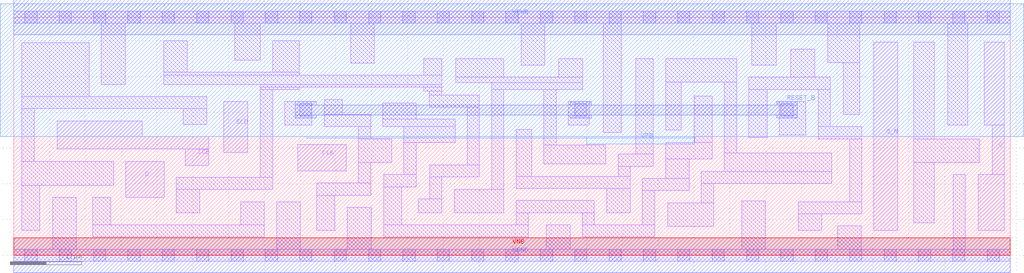
<source format=lef>
# Copyright 2020 The SkyWater PDK Authors
#
# Licensed under the Apache License, Version 2.0 (the "License");
# you may not use this file except in compliance with the License.
# You may obtain a copy of the License at
#
#     https://www.apache.org/licenses/LICENSE-2.0
#
# Unless required by applicable law or agreed to in writing, software
# distributed under the License is distributed on an "AS IS" BASIS,
# WITHOUT WARRANTIES OR CONDITIONS OF ANY KIND, either express or implied.
# See the License for the specific language governing permissions and
# limitations under the License.
#
# SPDX-License-Identifier: Apache-2.0

VERSION 5.7 ;
  NOWIREEXTENSIONATPIN ON ;
  DIVIDERCHAR "/" ;
  BUSBITCHARS "[]" ;
MACRO sky130_fd_sc_hs__sdfrbp_1
  CLASS CORE ;
  FOREIGN sky130_fd_sc_hs__sdfrbp_1 ;
  ORIGIN  0.000000  0.000000 ;
  SIZE  13.92000 BY  3.330000 ;
  SYMMETRY X Y R90 ;
  SITE unit ;
  PIN D
    ANTENNAGATEAREA  0.159000 ;
    DIRECTION INPUT ;
    USE SIGNAL ;
    PORT
      LAYER li1 ;
        RECT 1.565000 0.810000 2.100000 1.310000 ;
    END
  END D
  PIN Q
    ANTENNADIFFAREA  0.518900 ;
    DIRECTION OUTPUT ;
    USE SIGNAL ;
    PORT
      LAYER li1 ;
        RECT 13.470000 0.350000 13.835000 1.130000 ;
        RECT 13.555000 1.820000 13.835000 2.980000 ;
        RECT 13.665000 1.130000 13.835000 1.820000 ;
    END
  END Q
  PIN Q_N
    ANTENNADIFFAREA  0.537600 ;
    DIRECTION OUTPUT ;
    USE SIGNAL ;
    PORT
      LAYER li1 ;
        RECT 12.015000 0.350000 12.345000 2.980000 ;
    END
  END Q_N
  PIN RESET_B
    ANTENNAGATEAREA  0.411000 ;
    DIRECTION INPUT ;
    USE SIGNAL ;
    PORT
      LAYER met1 ;
        RECT  3.935000 1.920000  4.225000 1.965000 ;
        RECT  3.935000 1.965000 10.945000 2.105000 ;
        RECT  3.935000 2.105000  4.225000 2.150000 ;
        RECT  7.775000 1.920000  8.065000 1.965000 ;
        RECT  7.775000 2.105000  8.065000 2.150000 ;
        RECT 10.655000 1.920000 10.945000 1.965000 ;
        RECT 10.655000 2.105000 10.945000 2.150000 ;
    END
  END RESET_B
  PIN SCD
    ANTENNAGATEAREA  0.159000 ;
    DIRECTION INPUT ;
    USE SIGNAL ;
    PORT
      LAYER li1 ;
        RECT 2.935000 1.440000 3.265000 2.150000 ;
    END
  END SCD
  PIN SCE
    ANTENNAGATEAREA  0.318000 ;
    DIRECTION INPUT ;
    USE SIGNAL ;
    PORT
      LAYER li1 ;
        RECT 0.605000 1.490000 2.725000 1.660000 ;
        RECT 0.605000 1.660000 1.795000 1.880000 ;
        RECT 2.395000 1.260000 2.725000 1.490000 ;
    END
  END SCE
  PIN CLK
    ANTENNAGATEAREA  0.279000 ;
    DIRECTION INPUT ;
    USE CLOCK ;
    PORT
      LAYER li1 ;
        RECT 3.965000 1.180000 4.645000 1.550000 ;
    END
  END CLK
  PIN VGND
    DIRECTION INOUT ;
    USE GROUND ;
    PORT
      LAYER met1 ;
        RECT 0.000000 -0.245000 13.920000 0.245000 ;
    END
  END VGND
  PIN VNB
    DIRECTION INOUT ;
    USE GROUND ;
    PORT
      LAYER pwell ;
        RECT 0.000000 0.000000 13.920000 0.245000 ;
    END
  END VNB
  PIN VPB
    DIRECTION INOUT ;
    USE POWER ;
    PORT
      LAYER nwell ;
        RECT -0.190000 1.660000 14.110000 3.520000 ;
        RECT  4.095000 1.640000  9.515000 1.660000 ;
        RECT  8.005000 1.555000  9.515000 1.640000 ;
    END
  END VPB
  PIN VPWR
    DIRECTION INOUT ;
    USE POWER ;
    PORT
      LAYER met1 ;
        RECT 0.000000 3.085000 13.920000 3.575000 ;
    END
  END VPWR
  OBS
    LAYER li1 ;
      RECT  0.000000 -0.085000 13.920000 0.085000 ;
      RECT  0.000000  3.245000 13.920000 3.415000 ;
      RECT  0.115000  0.350000  0.365000 0.980000 ;
      RECT  0.115000  0.980000  1.395000 1.310000 ;
      RECT  0.115000  1.310000  0.285000 2.050000 ;
      RECT  0.115000  2.050000  2.695000 2.220000 ;
      RECT  0.115000  2.220000  1.055000 2.975000 ;
      RECT  0.545000  0.085000  0.875000 0.810000 ;
      RECT  1.105000  0.255000  3.500000 0.425000 ;
      RECT  1.105000  0.425000  1.355000 0.810000 ;
      RECT  1.225000  2.390000  1.555000 3.245000 ;
      RECT  2.095000  2.390000  5.975000 2.520000 ;
      RECT  2.095000  2.520000  3.985000 2.560000 ;
      RECT  2.095000  2.560000  2.425000 3.000000 ;
      RECT  2.270000  0.595000  2.600000 0.920000 ;
      RECT  2.270000  0.920000  3.615000 1.090000 ;
      RECT  2.365000  1.830000  2.695000 2.050000 ;
      RECT  3.085000  2.730000  3.445000 3.245000 ;
      RECT  3.170000  0.425000  3.500000 0.750000 ;
      RECT  3.445000  1.090000  3.615000 2.320000 ;
      RECT  3.445000  2.320000  3.985000 2.350000 ;
      RECT  3.445000  2.350000  5.975000 2.390000 ;
      RECT  3.615000  2.560000  3.985000 3.000000 ;
      RECT  3.670000  0.085000  4.000000 0.750000 ;
      RECT  3.785000  1.820000  4.165000 2.150000 ;
      RECT  4.230000  0.350000  4.480000 0.840000 ;
      RECT  4.230000  0.840000  4.985000 1.010000 ;
      RECT  4.335000  1.800000  4.985000 1.970000 ;
      RECT  4.335000  1.970000  4.585000 2.180000 ;
      RECT  4.660000  0.085000  4.990000 0.670000 ;
      RECT  4.705000  2.690000  5.035000 3.245000 ;
      RECT  4.815000  1.010000  4.985000 1.300000 ;
      RECT  4.815000  1.300000  5.280000 1.630000 ;
      RECT  4.815000  1.630000  4.985000 1.800000 ;
      RECT  5.155000  1.800000  6.165000 1.905000 ;
      RECT  5.155000  1.905000  5.620000 2.130000 ;
      RECT  5.170000  0.255000  7.185000 0.425000 ;
      RECT  5.170000  0.425000  5.420000 0.960000 ;
      RECT  5.170000  0.960000  5.620000 1.130000 ;
      RECT  5.450000  1.130000  5.620000 1.575000 ;
      RECT  5.450000  1.575000  6.165000 1.800000 ;
      RECT  5.650000  0.595000  5.980000 0.790000 ;
      RECT  5.725000  2.300000  5.975000 2.350000 ;
      RECT  5.725000  2.520000  5.975000 2.755000 ;
      RECT  5.805000  2.075000  6.505000 2.245000 ;
      RECT  5.805000  2.245000  5.975000 2.300000 ;
      RECT  5.810000  0.790000  5.980000 1.095000 ;
      RECT  5.810000  1.095000  6.505000 1.265000 ;
      RECT  6.150000  0.595000  6.845000 0.925000 ;
      RECT  6.175000  2.415000  7.945000 2.490000 ;
      RECT  6.175000  2.490000  6.845000 2.755000 ;
      RECT  6.335000  1.265000  6.505000 2.075000 ;
      RECT  6.675000  0.925000  6.845000 2.320000 ;
      RECT  6.675000  2.320000  7.945000 2.415000 ;
      RECT  7.015000  0.425000  7.185000 0.595000 ;
      RECT  7.015000  0.595000  8.110000 0.765000 ;
      RECT  7.015000  0.935000  8.610000 1.105000 ;
      RECT  7.015000  1.105000  7.235000 1.760000 ;
      RECT  7.090000  2.660000  7.420000 3.245000 ;
      RECT  7.405000  1.275000  8.270000 1.545000 ;
      RECT  7.405000  1.545000  7.575000 2.320000 ;
      RECT  7.440000  0.085000  7.770000 0.425000 ;
      RECT  7.615000  2.490000  7.945000 2.755000 ;
      RECT  7.745000  1.820000  8.035000 2.150000 ;
      RECT  7.940000  0.255000  8.950000 0.425000 ;
      RECT  7.940000  0.425000  8.110000 0.595000 ;
      RECT  8.235000  1.715000  8.485000 3.245000 ;
      RECT  8.280000  0.595000  8.610000 0.935000 ;
      RECT  8.440000  1.105000  8.610000 1.245000 ;
      RECT  8.440000  1.245000  8.935000 1.415000 ;
      RECT  8.685000  1.415000  8.935000 2.755000 ;
      RECT  8.780000  0.425000  8.950000 0.905000 ;
      RECT  8.780000  0.905000  9.435000 1.075000 ;
      RECT  9.105000  1.075000  9.435000 1.345000 ;
      RECT  9.105000  1.345000  9.755000 1.575000 ;
      RECT  9.105000  1.755000  9.325000 2.425000 ;
      RECT  9.105000  2.425000 10.095000 2.755000 ;
      RECT  9.135000  0.405000  9.775000 0.735000 ;
      RECT  9.505000  1.575000  9.755000 2.230000 ;
      RECT  9.605000  0.735000  9.775000 1.005000 ;
      RECT  9.605000  1.005000 11.425000 1.175000 ;
      RECT  9.925000  1.175000 11.425000 1.435000 ;
      RECT  9.925000  1.435000 10.095000 2.425000 ;
      RECT 10.165000  0.085000 10.495000 0.760000 ;
      RECT 10.265000  1.650000 10.525000 2.320000 ;
      RECT 10.265000  2.320000 11.405000 2.490000 ;
      RECT 10.305000  2.660000 10.650000 3.245000 ;
      RECT 10.695000  1.685000 11.065000 2.150000 ;
      RECT 10.855000  2.490000 11.185000 2.885000 ;
      RECT 10.955000  0.350000 11.285000 0.580000 ;
      RECT 10.955000  0.580000 11.845000 0.750000 ;
      RECT 11.235000  1.630000 11.845000 1.800000 ;
      RECT 11.235000  1.800000 11.405000 2.320000 ;
      RECT 11.370000  2.695000 11.815000 3.245000 ;
      RECT 11.510000  0.085000 11.840000 0.410000 ;
      RECT 11.585000  1.970000 11.815000 2.695000 ;
      RECT 11.675000  0.750000 11.845000 1.630000 ;
      RECT 12.570000  0.455000 12.855000 1.300000 ;
      RECT 12.570000  1.300000 13.485000 1.630000 ;
      RECT 12.570000  1.630000 12.855000 2.980000 ;
      RECT 13.045000  1.820000 13.325000 3.245000 ;
      RECT 13.120000  0.085000 13.290000 1.130000 ;
    LAYER mcon ;
      RECT  0.155000 -0.085000  0.325000 0.085000 ;
      RECT  0.155000  3.245000  0.325000 3.415000 ;
      RECT  0.635000 -0.085000  0.805000 0.085000 ;
      RECT  0.635000  3.245000  0.805000 3.415000 ;
      RECT  1.115000 -0.085000  1.285000 0.085000 ;
      RECT  1.115000  3.245000  1.285000 3.415000 ;
      RECT  1.595000 -0.085000  1.765000 0.085000 ;
      RECT  1.595000  3.245000  1.765000 3.415000 ;
      RECT  2.075000 -0.085000  2.245000 0.085000 ;
      RECT  2.075000  3.245000  2.245000 3.415000 ;
      RECT  2.555000 -0.085000  2.725000 0.085000 ;
      RECT  2.555000  3.245000  2.725000 3.415000 ;
      RECT  3.035000 -0.085000  3.205000 0.085000 ;
      RECT  3.035000  3.245000  3.205000 3.415000 ;
      RECT  3.515000 -0.085000  3.685000 0.085000 ;
      RECT  3.515000  3.245000  3.685000 3.415000 ;
      RECT  3.995000 -0.085000  4.165000 0.085000 ;
      RECT  3.995000  1.950000  4.165000 2.120000 ;
      RECT  3.995000  3.245000  4.165000 3.415000 ;
      RECT  4.475000 -0.085000  4.645000 0.085000 ;
      RECT  4.475000  3.245000  4.645000 3.415000 ;
      RECT  4.955000 -0.085000  5.125000 0.085000 ;
      RECT  4.955000  3.245000  5.125000 3.415000 ;
      RECT  5.435000 -0.085000  5.605000 0.085000 ;
      RECT  5.435000  3.245000  5.605000 3.415000 ;
      RECT  5.915000 -0.085000  6.085000 0.085000 ;
      RECT  5.915000  3.245000  6.085000 3.415000 ;
      RECT  6.395000 -0.085000  6.565000 0.085000 ;
      RECT  6.395000  3.245000  6.565000 3.415000 ;
      RECT  6.875000 -0.085000  7.045000 0.085000 ;
      RECT  6.875000  3.245000  7.045000 3.415000 ;
      RECT  7.355000 -0.085000  7.525000 0.085000 ;
      RECT  7.355000  3.245000  7.525000 3.415000 ;
      RECT  7.835000 -0.085000  8.005000 0.085000 ;
      RECT  7.835000  1.950000  8.005000 2.120000 ;
      RECT  7.835000  3.245000  8.005000 3.415000 ;
      RECT  8.315000 -0.085000  8.485000 0.085000 ;
      RECT  8.315000  3.245000  8.485000 3.415000 ;
      RECT  8.795000 -0.085000  8.965000 0.085000 ;
      RECT  8.795000  3.245000  8.965000 3.415000 ;
      RECT  9.275000 -0.085000  9.445000 0.085000 ;
      RECT  9.275000  3.245000  9.445000 3.415000 ;
      RECT  9.755000 -0.085000  9.925000 0.085000 ;
      RECT  9.755000  3.245000  9.925000 3.415000 ;
      RECT 10.235000 -0.085000 10.405000 0.085000 ;
      RECT 10.235000  3.245000 10.405000 3.415000 ;
      RECT 10.715000 -0.085000 10.885000 0.085000 ;
      RECT 10.715000  1.950000 10.885000 2.120000 ;
      RECT 10.715000  3.245000 10.885000 3.415000 ;
      RECT 11.195000 -0.085000 11.365000 0.085000 ;
      RECT 11.195000  3.245000 11.365000 3.415000 ;
      RECT 11.675000 -0.085000 11.845000 0.085000 ;
      RECT 11.675000  3.245000 11.845000 3.415000 ;
      RECT 12.155000 -0.085000 12.325000 0.085000 ;
      RECT 12.155000  3.245000 12.325000 3.415000 ;
      RECT 12.635000 -0.085000 12.805000 0.085000 ;
      RECT 12.635000  3.245000 12.805000 3.415000 ;
      RECT 13.115000 -0.085000 13.285000 0.085000 ;
      RECT 13.115000  3.245000 13.285000 3.415000 ;
      RECT 13.595000 -0.085000 13.765000 0.085000 ;
      RECT 13.595000  3.245000 13.765000 3.415000 ;
  END
END sky130_fd_sc_hs__sdfrbp_1
END LIBRARY

</source>
